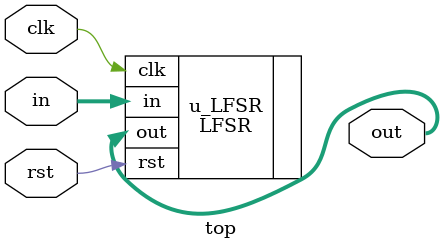
<source format=v>


// LFSR
module top(
        input clk,
        input rst,
        input [7:0] in,
        output reg [7:0] out
    );

    LFSR #(.N(8)) u_LFSR (
             .clk  	( clk   ),
             .rst  	( rst   ),
             .in   	( in    ),
             .out  	( out   )
         );


endmodule

</source>
